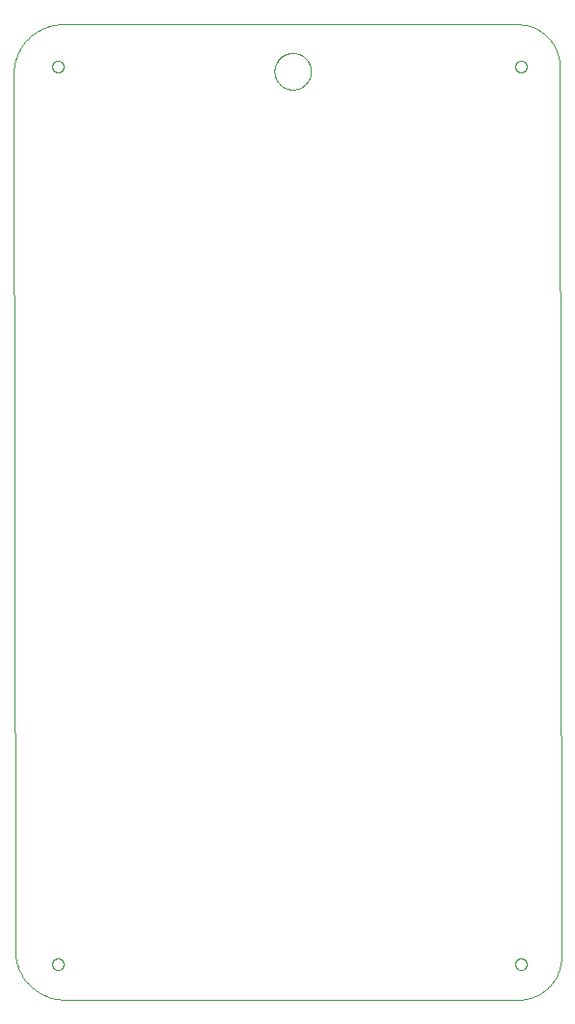
<source format=gbp>
G75*
%MOIN*%
%OFA0B0*%
%FSLAX25Y25*%
%IPPOS*%
%LPD*%
%AMOC8*
5,1,8,0,0,1.08239X$1,22.5*
%
%ADD10C,0.00000*%
D10*
X0008809Y0018071D02*
X0008329Y0320837D01*
X0021632Y0323269D02*
X0021634Y0323357D01*
X0021640Y0323445D01*
X0021650Y0323533D01*
X0021664Y0323621D01*
X0021681Y0323707D01*
X0021703Y0323793D01*
X0021728Y0323877D01*
X0021758Y0323961D01*
X0021790Y0324043D01*
X0021827Y0324123D01*
X0021867Y0324202D01*
X0021911Y0324279D01*
X0021958Y0324354D01*
X0022008Y0324426D01*
X0022062Y0324497D01*
X0022118Y0324564D01*
X0022178Y0324630D01*
X0022240Y0324692D01*
X0022306Y0324752D01*
X0022373Y0324808D01*
X0022444Y0324862D01*
X0022516Y0324912D01*
X0022591Y0324959D01*
X0022668Y0325003D01*
X0022747Y0325043D01*
X0022827Y0325080D01*
X0022909Y0325112D01*
X0022993Y0325142D01*
X0023077Y0325167D01*
X0023163Y0325189D01*
X0023249Y0325206D01*
X0023337Y0325220D01*
X0023425Y0325230D01*
X0023513Y0325236D01*
X0023601Y0325238D01*
X0023689Y0325236D01*
X0023777Y0325230D01*
X0023865Y0325220D01*
X0023953Y0325206D01*
X0024039Y0325189D01*
X0024125Y0325167D01*
X0024209Y0325142D01*
X0024293Y0325112D01*
X0024375Y0325080D01*
X0024455Y0325043D01*
X0024534Y0325003D01*
X0024611Y0324959D01*
X0024686Y0324912D01*
X0024758Y0324862D01*
X0024829Y0324808D01*
X0024896Y0324752D01*
X0024962Y0324692D01*
X0025024Y0324630D01*
X0025084Y0324564D01*
X0025140Y0324497D01*
X0025194Y0324426D01*
X0025244Y0324354D01*
X0025291Y0324279D01*
X0025335Y0324202D01*
X0025375Y0324123D01*
X0025412Y0324043D01*
X0025444Y0323961D01*
X0025474Y0323877D01*
X0025499Y0323793D01*
X0025521Y0323707D01*
X0025538Y0323621D01*
X0025552Y0323533D01*
X0025562Y0323445D01*
X0025568Y0323357D01*
X0025570Y0323269D01*
X0025568Y0323181D01*
X0025562Y0323093D01*
X0025552Y0323005D01*
X0025538Y0322917D01*
X0025521Y0322831D01*
X0025499Y0322745D01*
X0025474Y0322661D01*
X0025444Y0322577D01*
X0025412Y0322495D01*
X0025375Y0322415D01*
X0025335Y0322336D01*
X0025291Y0322259D01*
X0025244Y0322184D01*
X0025194Y0322112D01*
X0025140Y0322041D01*
X0025084Y0321974D01*
X0025024Y0321908D01*
X0024962Y0321846D01*
X0024896Y0321786D01*
X0024829Y0321730D01*
X0024758Y0321676D01*
X0024686Y0321626D01*
X0024611Y0321579D01*
X0024534Y0321535D01*
X0024455Y0321495D01*
X0024375Y0321458D01*
X0024293Y0321426D01*
X0024209Y0321396D01*
X0024125Y0321371D01*
X0024039Y0321349D01*
X0023953Y0321332D01*
X0023865Y0321318D01*
X0023777Y0321308D01*
X0023689Y0321302D01*
X0023601Y0321300D01*
X0023513Y0321302D01*
X0023425Y0321308D01*
X0023337Y0321318D01*
X0023249Y0321332D01*
X0023163Y0321349D01*
X0023077Y0321371D01*
X0022993Y0321396D01*
X0022909Y0321426D01*
X0022827Y0321458D01*
X0022747Y0321495D01*
X0022668Y0321535D01*
X0022591Y0321579D01*
X0022516Y0321626D01*
X0022444Y0321676D01*
X0022373Y0321730D01*
X0022306Y0321786D01*
X0022240Y0321846D01*
X0022178Y0321908D01*
X0022118Y0321974D01*
X0022062Y0322041D01*
X0022008Y0322112D01*
X0021958Y0322184D01*
X0021911Y0322259D01*
X0021867Y0322336D01*
X0021827Y0322415D01*
X0021790Y0322495D01*
X0021758Y0322577D01*
X0021728Y0322661D01*
X0021703Y0322745D01*
X0021681Y0322831D01*
X0021664Y0322917D01*
X0021650Y0323005D01*
X0021640Y0323093D01*
X0021634Y0323181D01*
X0021632Y0323269D01*
X0008329Y0320837D02*
X0008334Y0321248D01*
X0008349Y0321659D01*
X0008374Y0322069D01*
X0008408Y0322478D01*
X0008453Y0322887D01*
X0008507Y0323294D01*
X0008572Y0323700D01*
X0008646Y0324104D01*
X0008730Y0324506D01*
X0008823Y0324906D01*
X0008926Y0325304D01*
X0009039Y0325699D01*
X0009161Y0326092D01*
X0009293Y0326481D01*
X0009434Y0326867D01*
X0009584Y0327249D01*
X0009744Y0327628D01*
X0009913Y0328003D01*
X0010090Y0328373D01*
X0010277Y0328739D01*
X0010472Y0329101D01*
X0010676Y0329457D01*
X0010889Y0329809D01*
X0011110Y0330155D01*
X0011339Y0330496D01*
X0011576Y0330832D01*
X0011822Y0331161D01*
X0012075Y0331485D01*
X0012337Y0331802D01*
X0012605Y0332113D01*
X0012882Y0332417D01*
X0013165Y0332714D01*
X0013456Y0333005D01*
X0013753Y0333288D01*
X0014057Y0333565D01*
X0014368Y0333833D01*
X0014685Y0334095D01*
X0015009Y0334348D01*
X0015338Y0334594D01*
X0015674Y0334831D01*
X0016015Y0335060D01*
X0016361Y0335281D01*
X0016713Y0335494D01*
X0017069Y0335698D01*
X0017431Y0335893D01*
X0017797Y0336080D01*
X0018167Y0336257D01*
X0018542Y0336426D01*
X0018921Y0336586D01*
X0019303Y0336736D01*
X0019689Y0336877D01*
X0020078Y0337009D01*
X0020471Y0337131D01*
X0020866Y0337244D01*
X0021264Y0337347D01*
X0021664Y0337440D01*
X0022066Y0337524D01*
X0022470Y0337598D01*
X0022876Y0337663D01*
X0023283Y0337717D01*
X0023692Y0337762D01*
X0024101Y0337796D01*
X0024511Y0337821D01*
X0024922Y0337836D01*
X0025333Y0337841D01*
X0182309Y0337841D01*
X0181632Y0323269D02*
X0181634Y0323357D01*
X0181640Y0323445D01*
X0181650Y0323533D01*
X0181664Y0323621D01*
X0181681Y0323707D01*
X0181703Y0323793D01*
X0181728Y0323877D01*
X0181758Y0323961D01*
X0181790Y0324043D01*
X0181827Y0324123D01*
X0181867Y0324202D01*
X0181911Y0324279D01*
X0181958Y0324354D01*
X0182008Y0324426D01*
X0182062Y0324497D01*
X0182118Y0324564D01*
X0182178Y0324630D01*
X0182240Y0324692D01*
X0182306Y0324752D01*
X0182373Y0324808D01*
X0182444Y0324862D01*
X0182516Y0324912D01*
X0182591Y0324959D01*
X0182668Y0325003D01*
X0182747Y0325043D01*
X0182827Y0325080D01*
X0182909Y0325112D01*
X0182993Y0325142D01*
X0183077Y0325167D01*
X0183163Y0325189D01*
X0183249Y0325206D01*
X0183337Y0325220D01*
X0183425Y0325230D01*
X0183513Y0325236D01*
X0183601Y0325238D01*
X0183689Y0325236D01*
X0183777Y0325230D01*
X0183865Y0325220D01*
X0183953Y0325206D01*
X0184039Y0325189D01*
X0184125Y0325167D01*
X0184209Y0325142D01*
X0184293Y0325112D01*
X0184375Y0325080D01*
X0184455Y0325043D01*
X0184534Y0325003D01*
X0184611Y0324959D01*
X0184686Y0324912D01*
X0184758Y0324862D01*
X0184829Y0324808D01*
X0184896Y0324752D01*
X0184962Y0324692D01*
X0185024Y0324630D01*
X0185084Y0324564D01*
X0185140Y0324497D01*
X0185194Y0324426D01*
X0185244Y0324354D01*
X0185291Y0324279D01*
X0185335Y0324202D01*
X0185375Y0324123D01*
X0185412Y0324043D01*
X0185444Y0323961D01*
X0185474Y0323877D01*
X0185499Y0323793D01*
X0185521Y0323707D01*
X0185538Y0323621D01*
X0185552Y0323533D01*
X0185562Y0323445D01*
X0185568Y0323357D01*
X0185570Y0323269D01*
X0185568Y0323181D01*
X0185562Y0323093D01*
X0185552Y0323005D01*
X0185538Y0322917D01*
X0185521Y0322831D01*
X0185499Y0322745D01*
X0185474Y0322661D01*
X0185444Y0322577D01*
X0185412Y0322495D01*
X0185375Y0322415D01*
X0185335Y0322336D01*
X0185291Y0322259D01*
X0185244Y0322184D01*
X0185194Y0322112D01*
X0185140Y0322041D01*
X0185084Y0321974D01*
X0185024Y0321908D01*
X0184962Y0321846D01*
X0184896Y0321786D01*
X0184829Y0321730D01*
X0184758Y0321676D01*
X0184686Y0321626D01*
X0184611Y0321579D01*
X0184534Y0321535D01*
X0184455Y0321495D01*
X0184375Y0321458D01*
X0184293Y0321426D01*
X0184209Y0321396D01*
X0184125Y0321371D01*
X0184039Y0321349D01*
X0183953Y0321332D01*
X0183865Y0321318D01*
X0183777Y0321308D01*
X0183689Y0321302D01*
X0183601Y0321300D01*
X0183513Y0321302D01*
X0183425Y0321308D01*
X0183337Y0321318D01*
X0183249Y0321332D01*
X0183163Y0321349D01*
X0183077Y0321371D01*
X0182993Y0321396D01*
X0182909Y0321426D01*
X0182827Y0321458D01*
X0182747Y0321495D01*
X0182668Y0321535D01*
X0182591Y0321579D01*
X0182516Y0321626D01*
X0182444Y0321676D01*
X0182373Y0321730D01*
X0182306Y0321786D01*
X0182240Y0321846D01*
X0182178Y0321908D01*
X0182118Y0321974D01*
X0182062Y0322041D01*
X0182008Y0322112D01*
X0181958Y0322184D01*
X0181911Y0322259D01*
X0181867Y0322336D01*
X0181827Y0322415D01*
X0181790Y0322495D01*
X0181758Y0322577D01*
X0181728Y0322661D01*
X0181703Y0322745D01*
X0181681Y0322831D01*
X0181664Y0322917D01*
X0181650Y0323005D01*
X0181640Y0323093D01*
X0181634Y0323181D01*
X0181632Y0323269D01*
X0182309Y0337841D02*
X0182665Y0337837D01*
X0183020Y0337824D01*
X0183375Y0337802D01*
X0183730Y0337772D01*
X0184083Y0337734D01*
X0184436Y0337687D01*
X0184787Y0337631D01*
X0185137Y0337567D01*
X0185486Y0337494D01*
X0185832Y0337413D01*
X0186176Y0337324D01*
X0186518Y0337226D01*
X0186858Y0337121D01*
X0187195Y0337006D01*
X0187529Y0336884D01*
X0187860Y0336754D01*
X0188188Y0336616D01*
X0188512Y0336470D01*
X0188833Y0336316D01*
X0189150Y0336155D01*
X0189463Y0335986D01*
X0189772Y0335809D01*
X0190076Y0335625D01*
X0190376Y0335434D01*
X0190671Y0335235D01*
X0190962Y0335030D01*
X0191247Y0334817D01*
X0191527Y0334598D01*
X0191802Y0334371D01*
X0192071Y0334139D01*
X0192334Y0333900D01*
X0192592Y0333654D01*
X0192843Y0333403D01*
X0193089Y0333145D01*
X0193328Y0332882D01*
X0193560Y0332613D01*
X0193787Y0332338D01*
X0194006Y0332058D01*
X0194219Y0331773D01*
X0194424Y0331482D01*
X0194623Y0331187D01*
X0194814Y0330887D01*
X0194998Y0330583D01*
X0195175Y0330274D01*
X0195344Y0329961D01*
X0195505Y0329644D01*
X0195659Y0329323D01*
X0195805Y0328999D01*
X0195943Y0328671D01*
X0196073Y0328340D01*
X0196195Y0328006D01*
X0196310Y0327669D01*
X0196415Y0327329D01*
X0196513Y0326987D01*
X0196602Y0326643D01*
X0196683Y0326297D01*
X0196756Y0325948D01*
X0196820Y0325598D01*
X0196876Y0325247D01*
X0196923Y0324894D01*
X0196961Y0324541D01*
X0196991Y0324186D01*
X0197013Y0323831D01*
X0197026Y0323476D01*
X0197030Y0323120D01*
X0197510Y0015784D01*
X0181609Y0013209D02*
X0181611Y0013297D01*
X0181617Y0013385D01*
X0181627Y0013473D01*
X0181641Y0013561D01*
X0181658Y0013647D01*
X0181680Y0013733D01*
X0181705Y0013817D01*
X0181735Y0013901D01*
X0181767Y0013983D01*
X0181804Y0014063D01*
X0181844Y0014142D01*
X0181888Y0014219D01*
X0181935Y0014294D01*
X0181985Y0014366D01*
X0182039Y0014437D01*
X0182095Y0014504D01*
X0182155Y0014570D01*
X0182217Y0014632D01*
X0182283Y0014692D01*
X0182350Y0014748D01*
X0182421Y0014802D01*
X0182493Y0014852D01*
X0182568Y0014899D01*
X0182645Y0014943D01*
X0182724Y0014983D01*
X0182804Y0015020D01*
X0182886Y0015052D01*
X0182970Y0015082D01*
X0183054Y0015107D01*
X0183140Y0015129D01*
X0183226Y0015146D01*
X0183314Y0015160D01*
X0183402Y0015170D01*
X0183490Y0015176D01*
X0183578Y0015178D01*
X0183666Y0015176D01*
X0183754Y0015170D01*
X0183842Y0015160D01*
X0183930Y0015146D01*
X0184016Y0015129D01*
X0184102Y0015107D01*
X0184186Y0015082D01*
X0184270Y0015052D01*
X0184352Y0015020D01*
X0184432Y0014983D01*
X0184511Y0014943D01*
X0184588Y0014899D01*
X0184663Y0014852D01*
X0184735Y0014802D01*
X0184806Y0014748D01*
X0184873Y0014692D01*
X0184939Y0014632D01*
X0185001Y0014570D01*
X0185061Y0014504D01*
X0185117Y0014437D01*
X0185171Y0014366D01*
X0185221Y0014294D01*
X0185268Y0014219D01*
X0185312Y0014142D01*
X0185352Y0014063D01*
X0185389Y0013983D01*
X0185421Y0013901D01*
X0185451Y0013817D01*
X0185476Y0013733D01*
X0185498Y0013647D01*
X0185515Y0013561D01*
X0185529Y0013473D01*
X0185539Y0013385D01*
X0185545Y0013297D01*
X0185547Y0013209D01*
X0185545Y0013121D01*
X0185539Y0013033D01*
X0185529Y0012945D01*
X0185515Y0012857D01*
X0185498Y0012771D01*
X0185476Y0012685D01*
X0185451Y0012601D01*
X0185421Y0012517D01*
X0185389Y0012435D01*
X0185352Y0012355D01*
X0185312Y0012276D01*
X0185268Y0012199D01*
X0185221Y0012124D01*
X0185171Y0012052D01*
X0185117Y0011981D01*
X0185061Y0011914D01*
X0185001Y0011848D01*
X0184939Y0011786D01*
X0184873Y0011726D01*
X0184806Y0011670D01*
X0184735Y0011616D01*
X0184663Y0011566D01*
X0184588Y0011519D01*
X0184511Y0011475D01*
X0184432Y0011435D01*
X0184352Y0011398D01*
X0184270Y0011366D01*
X0184186Y0011336D01*
X0184102Y0011311D01*
X0184016Y0011289D01*
X0183930Y0011272D01*
X0183842Y0011258D01*
X0183754Y0011248D01*
X0183666Y0011242D01*
X0183578Y0011240D01*
X0183490Y0011242D01*
X0183402Y0011248D01*
X0183314Y0011258D01*
X0183226Y0011272D01*
X0183140Y0011289D01*
X0183054Y0011311D01*
X0182970Y0011336D01*
X0182886Y0011366D01*
X0182804Y0011398D01*
X0182724Y0011435D01*
X0182645Y0011475D01*
X0182568Y0011519D01*
X0182493Y0011566D01*
X0182421Y0011616D01*
X0182350Y0011670D01*
X0182283Y0011726D01*
X0182217Y0011786D01*
X0182155Y0011848D01*
X0182095Y0011914D01*
X0182039Y0011981D01*
X0181985Y0012052D01*
X0181935Y0012124D01*
X0181888Y0012199D01*
X0181844Y0012276D01*
X0181804Y0012355D01*
X0181767Y0012435D01*
X0181735Y0012517D01*
X0181705Y0012601D01*
X0181680Y0012685D01*
X0181658Y0012771D01*
X0181641Y0012857D01*
X0181627Y0012945D01*
X0181617Y0013033D01*
X0181611Y0013121D01*
X0181609Y0013209D01*
X0182726Y0001000D02*
X0183083Y0001004D01*
X0183440Y0001017D01*
X0183797Y0001039D01*
X0184153Y0001069D01*
X0184508Y0001108D01*
X0184862Y0001155D01*
X0185215Y0001211D01*
X0185566Y0001275D01*
X0185916Y0001348D01*
X0186264Y0001430D01*
X0186610Y0001519D01*
X0186953Y0001617D01*
X0187295Y0001724D01*
X0187633Y0001838D01*
X0187968Y0001961D01*
X0188301Y0002091D01*
X0188630Y0002230D01*
X0188956Y0002377D01*
X0189278Y0002531D01*
X0189596Y0002693D01*
X0189911Y0002863D01*
X0190221Y0003041D01*
X0190527Y0003225D01*
X0190828Y0003418D01*
X0191124Y0003617D01*
X0191416Y0003823D01*
X0191702Y0004037D01*
X0191984Y0004257D01*
X0192259Y0004484D01*
X0192530Y0004718D01*
X0192794Y0004958D01*
X0193053Y0005205D01*
X0193305Y0005457D01*
X0193552Y0005716D01*
X0193792Y0005980D01*
X0194026Y0006251D01*
X0194253Y0006526D01*
X0194473Y0006808D01*
X0194687Y0007094D01*
X0194893Y0007386D01*
X0195092Y0007682D01*
X0195285Y0007983D01*
X0195469Y0008289D01*
X0195647Y0008599D01*
X0195817Y0008914D01*
X0195979Y0009232D01*
X0196133Y0009554D01*
X0196280Y0009880D01*
X0196419Y0010209D01*
X0196549Y0010542D01*
X0196672Y0010877D01*
X0196786Y0011215D01*
X0196893Y0011557D01*
X0196991Y0011900D01*
X0197080Y0012246D01*
X0197162Y0012594D01*
X0197235Y0012944D01*
X0197299Y0013295D01*
X0197355Y0013648D01*
X0197402Y0014002D01*
X0197441Y0014357D01*
X0197471Y0014713D01*
X0197493Y0015070D01*
X0197506Y0015427D01*
X0197510Y0015784D01*
X0182726Y0001000D02*
X0025880Y0001000D01*
X0021609Y0013209D02*
X0021611Y0013297D01*
X0021617Y0013385D01*
X0021627Y0013473D01*
X0021641Y0013561D01*
X0021658Y0013647D01*
X0021680Y0013733D01*
X0021705Y0013817D01*
X0021735Y0013901D01*
X0021767Y0013983D01*
X0021804Y0014063D01*
X0021844Y0014142D01*
X0021888Y0014219D01*
X0021935Y0014294D01*
X0021985Y0014366D01*
X0022039Y0014437D01*
X0022095Y0014504D01*
X0022155Y0014570D01*
X0022217Y0014632D01*
X0022283Y0014692D01*
X0022350Y0014748D01*
X0022421Y0014802D01*
X0022493Y0014852D01*
X0022568Y0014899D01*
X0022645Y0014943D01*
X0022724Y0014983D01*
X0022804Y0015020D01*
X0022886Y0015052D01*
X0022970Y0015082D01*
X0023054Y0015107D01*
X0023140Y0015129D01*
X0023226Y0015146D01*
X0023314Y0015160D01*
X0023402Y0015170D01*
X0023490Y0015176D01*
X0023578Y0015178D01*
X0023666Y0015176D01*
X0023754Y0015170D01*
X0023842Y0015160D01*
X0023930Y0015146D01*
X0024016Y0015129D01*
X0024102Y0015107D01*
X0024186Y0015082D01*
X0024270Y0015052D01*
X0024352Y0015020D01*
X0024432Y0014983D01*
X0024511Y0014943D01*
X0024588Y0014899D01*
X0024663Y0014852D01*
X0024735Y0014802D01*
X0024806Y0014748D01*
X0024873Y0014692D01*
X0024939Y0014632D01*
X0025001Y0014570D01*
X0025061Y0014504D01*
X0025117Y0014437D01*
X0025171Y0014366D01*
X0025221Y0014294D01*
X0025268Y0014219D01*
X0025312Y0014142D01*
X0025352Y0014063D01*
X0025389Y0013983D01*
X0025421Y0013901D01*
X0025451Y0013817D01*
X0025476Y0013733D01*
X0025498Y0013647D01*
X0025515Y0013561D01*
X0025529Y0013473D01*
X0025539Y0013385D01*
X0025545Y0013297D01*
X0025547Y0013209D01*
X0025545Y0013121D01*
X0025539Y0013033D01*
X0025529Y0012945D01*
X0025515Y0012857D01*
X0025498Y0012771D01*
X0025476Y0012685D01*
X0025451Y0012601D01*
X0025421Y0012517D01*
X0025389Y0012435D01*
X0025352Y0012355D01*
X0025312Y0012276D01*
X0025268Y0012199D01*
X0025221Y0012124D01*
X0025171Y0012052D01*
X0025117Y0011981D01*
X0025061Y0011914D01*
X0025001Y0011848D01*
X0024939Y0011786D01*
X0024873Y0011726D01*
X0024806Y0011670D01*
X0024735Y0011616D01*
X0024663Y0011566D01*
X0024588Y0011519D01*
X0024511Y0011475D01*
X0024432Y0011435D01*
X0024352Y0011398D01*
X0024270Y0011366D01*
X0024186Y0011336D01*
X0024102Y0011311D01*
X0024016Y0011289D01*
X0023930Y0011272D01*
X0023842Y0011258D01*
X0023754Y0011248D01*
X0023666Y0011242D01*
X0023578Y0011240D01*
X0023490Y0011242D01*
X0023402Y0011248D01*
X0023314Y0011258D01*
X0023226Y0011272D01*
X0023140Y0011289D01*
X0023054Y0011311D01*
X0022970Y0011336D01*
X0022886Y0011366D01*
X0022804Y0011398D01*
X0022724Y0011435D01*
X0022645Y0011475D01*
X0022568Y0011519D01*
X0022493Y0011566D01*
X0022421Y0011616D01*
X0022350Y0011670D01*
X0022283Y0011726D01*
X0022217Y0011786D01*
X0022155Y0011848D01*
X0022095Y0011914D01*
X0022039Y0011981D01*
X0021985Y0012052D01*
X0021935Y0012124D01*
X0021888Y0012199D01*
X0021844Y0012276D01*
X0021804Y0012355D01*
X0021767Y0012435D01*
X0021735Y0012517D01*
X0021705Y0012601D01*
X0021680Y0012685D01*
X0021658Y0012771D01*
X0021641Y0012857D01*
X0021627Y0012945D01*
X0021617Y0013033D01*
X0021611Y0013121D01*
X0021609Y0013209D01*
X0025880Y0001000D02*
X0025468Y0001005D01*
X0025055Y0001020D01*
X0024643Y0001045D01*
X0024232Y0001080D01*
X0023822Y0001124D01*
X0023413Y0001179D01*
X0023006Y0001244D01*
X0022600Y0001318D01*
X0022196Y0001402D01*
X0021795Y0001496D01*
X0021395Y0001600D01*
X0020999Y0001713D01*
X0020605Y0001836D01*
X0020214Y0001968D01*
X0019827Y0002109D01*
X0019443Y0002260D01*
X0019062Y0002420D01*
X0018686Y0002590D01*
X0018314Y0002768D01*
X0017947Y0002955D01*
X0017584Y0003151D01*
X0017226Y0003356D01*
X0016873Y0003570D01*
X0016525Y0003792D01*
X0016183Y0004022D01*
X0015846Y0004260D01*
X0015515Y0004507D01*
X0015190Y0004761D01*
X0014872Y0005023D01*
X0014560Y0005293D01*
X0014254Y0005570D01*
X0013956Y0005855D01*
X0013664Y0006147D01*
X0013379Y0006445D01*
X0013102Y0006751D01*
X0012832Y0007063D01*
X0012570Y0007381D01*
X0012316Y0007706D01*
X0012069Y0008037D01*
X0011831Y0008374D01*
X0011601Y0008716D01*
X0011379Y0009064D01*
X0011165Y0009417D01*
X0010960Y0009775D01*
X0010764Y0010138D01*
X0010577Y0010505D01*
X0010399Y0010877D01*
X0010229Y0011253D01*
X0010069Y0011634D01*
X0009918Y0012018D01*
X0009777Y0012405D01*
X0009645Y0012796D01*
X0009522Y0013190D01*
X0009409Y0013586D01*
X0009305Y0013986D01*
X0009211Y0014387D01*
X0009127Y0014791D01*
X0009053Y0015197D01*
X0008988Y0015604D01*
X0008933Y0016013D01*
X0008889Y0016423D01*
X0008854Y0016834D01*
X0008829Y0017246D01*
X0008814Y0017659D01*
X0008809Y0018071D01*
X0098410Y0321609D02*
X0098412Y0321767D01*
X0098418Y0321925D01*
X0098428Y0322083D01*
X0098442Y0322241D01*
X0098460Y0322398D01*
X0098481Y0322555D01*
X0098507Y0322711D01*
X0098537Y0322867D01*
X0098570Y0323022D01*
X0098608Y0323175D01*
X0098649Y0323328D01*
X0098694Y0323480D01*
X0098743Y0323631D01*
X0098796Y0323780D01*
X0098852Y0323928D01*
X0098912Y0324074D01*
X0098976Y0324219D01*
X0099044Y0324362D01*
X0099115Y0324504D01*
X0099189Y0324644D01*
X0099267Y0324781D01*
X0099349Y0324917D01*
X0099433Y0325051D01*
X0099522Y0325182D01*
X0099613Y0325311D01*
X0099708Y0325438D01*
X0099805Y0325563D01*
X0099906Y0325685D01*
X0100010Y0325804D01*
X0100117Y0325921D01*
X0100227Y0326035D01*
X0100340Y0326146D01*
X0100455Y0326255D01*
X0100573Y0326360D01*
X0100694Y0326462D01*
X0100817Y0326562D01*
X0100943Y0326658D01*
X0101071Y0326751D01*
X0101201Y0326841D01*
X0101334Y0326927D01*
X0101469Y0327011D01*
X0101605Y0327090D01*
X0101744Y0327167D01*
X0101885Y0327239D01*
X0102027Y0327309D01*
X0102171Y0327374D01*
X0102317Y0327436D01*
X0102464Y0327494D01*
X0102613Y0327549D01*
X0102763Y0327600D01*
X0102914Y0327647D01*
X0103066Y0327690D01*
X0103219Y0327729D01*
X0103374Y0327765D01*
X0103529Y0327796D01*
X0103685Y0327824D01*
X0103841Y0327848D01*
X0103998Y0327868D01*
X0104156Y0327884D01*
X0104313Y0327896D01*
X0104472Y0327904D01*
X0104630Y0327908D01*
X0104788Y0327908D01*
X0104946Y0327904D01*
X0105105Y0327896D01*
X0105262Y0327884D01*
X0105420Y0327868D01*
X0105577Y0327848D01*
X0105733Y0327824D01*
X0105889Y0327796D01*
X0106044Y0327765D01*
X0106199Y0327729D01*
X0106352Y0327690D01*
X0106504Y0327647D01*
X0106655Y0327600D01*
X0106805Y0327549D01*
X0106954Y0327494D01*
X0107101Y0327436D01*
X0107247Y0327374D01*
X0107391Y0327309D01*
X0107533Y0327239D01*
X0107674Y0327167D01*
X0107813Y0327090D01*
X0107949Y0327011D01*
X0108084Y0326927D01*
X0108217Y0326841D01*
X0108347Y0326751D01*
X0108475Y0326658D01*
X0108601Y0326562D01*
X0108724Y0326462D01*
X0108845Y0326360D01*
X0108963Y0326255D01*
X0109078Y0326146D01*
X0109191Y0326035D01*
X0109301Y0325921D01*
X0109408Y0325804D01*
X0109512Y0325685D01*
X0109613Y0325563D01*
X0109710Y0325438D01*
X0109805Y0325311D01*
X0109896Y0325182D01*
X0109985Y0325051D01*
X0110069Y0324917D01*
X0110151Y0324781D01*
X0110229Y0324644D01*
X0110303Y0324504D01*
X0110374Y0324362D01*
X0110442Y0324219D01*
X0110506Y0324074D01*
X0110566Y0323928D01*
X0110622Y0323780D01*
X0110675Y0323631D01*
X0110724Y0323480D01*
X0110769Y0323328D01*
X0110810Y0323175D01*
X0110848Y0323022D01*
X0110881Y0322867D01*
X0110911Y0322711D01*
X0110937Y0322555D01*
X0110958Y0322398D01*
X0110976Y0322241D01*
X0110990Y0322083D01*
X0111000Y0321925D01*
X0111006Y0321767D01*
X0111008Y0321609D01*
X0111006Y0321451D01*
X0111000Y0321293D01*
X0110990Y0321135D01*
X0110976Y0320977D01*
X0110958Y0320820D01*
X0110937Y0320663D01*
X0110911Y0320507D01*
X0110881Y0320351D01*
X0110848Y0320196D01*
X0110810Y0320043D01*
X0110769Y0319890D01*
X0110724Y0319738D01*
X0110675Y0319587D01*
X0110622Y0319438D01*
X0110566Y0319290D01*
X0110506Y0319144D01*
X0110442Y0318999D01*
X0110374Y0318856D01*
X0110303Y0318714D01*
X0110229Y0318574D01*
X0110151Y0318437D01*
X0110069Y0318301D01*
X0109985Y0318167D01*
X0109896Y0318036D01*
X0109805Y0317907D01*
X0109710Y0317780D01*
X0109613Y0317655D01*
X0109512Y0317533D01*
X0109408Y0317414D01*
X0109301Y0317297D01*
X0109191Y0317183D01*
X0109078Y0317072D01*
X0108963Y0316963D01*
X0108845Y0316858D01*
X0108724Y0316756D01*
X0108601Y0316656D01*
X0108475Y0316560D01*
X0108347Y0316467D01*
X0108217Y0316377D01*
X0108084Y0316291D01*
X0107949Y0316207D01*
X0107813Y0316128D01*
X0107674Y0316051D01*
X0107533Y0315979D01*
X0107391Y0315909D01*
X0107247Y0315844D01*
X0107101Y0315782D01*
X0106954Y0315724D01*
X0106805Y0315669D01*
X0106655Y0315618D01*
X0106504Y0315571D01*
X0106352Y0315528D01*
X0106199Y0315489D01*
X0106044Y0315453D01*
X0105889Y0315422D01*
X0105733Y0315394D01*
X0105577Y0315370D01*
X0105420Y0315350D01*
X0105262Y0315334D01*
X0105105Y0315322D01*
X0104946Y0315314D01*
X0104788Y0315310D01*
X0104630Y0315310D01*
X0104472Y0315314D01*
X0104313Y0315322D01*
X0104156Y0315334D01*
X0103998Y0315350D01*
X0103841Y0315370D01*
X0103685Y0315394D01*
X0103529Y0315422D01*
X0103374Y0315453D01*
X0103219Y0315489D01*
X0103066Y0315528D01*
X0102914Y0315571D01*
X0102763Y0315618D01*
X0102613Y0315669D01*
X0102464Y0315724D01*
X0102317Y0315782D01*
X0102171Y0315844D01*
X0102027Y0315909D01*
X0101885Y0315979D01*
X0101744Y0316051D01*
X0101605Y0316128D01*
X0101469Y0316207D01*
X0101334Y0316291D01*
X0101201Y0316377D01*
X0101071Y0316467D01*
X0100943Y0316560D01*
X0100817Y0316656D01*
X0100694Y0316756D01*
X0100573Y0316858D01*
X0100455Y0316963D01*
X0100340Y0317072D01*
X0100227Y0317183D01*
X0100117Y0317297D01*
X0100010Y0317414D01*
X0099906Y0317533D01*
X0099805Y0317655D01*
X0099708Y0317780D01*
X0099613Y0317907D01*
X0099522Y0318036D01*
X0099433Y0318167D01*
X0099349Y0318301D01*
X0099267Y0318437D01*
X0099189Y0318574D01*
X0099115Y0318714D01*
X0099044Y0318856D01*
X0098976Y0318999D01*
X0098912Y0319144D01*
X0098852Y0319290D01*
X0098796Y0319438D01*
X0098743Y0319587D01*
X0098694Y0319738D01*
X0098649Y0319890D01*
X0098608Y0320043D01*
X0098570Y0320196D01*
X0098537Y0320351D01*
X0098507Y0320507D01*
X0098481Y0320663D01*
X0098460Y0320820D01*
X0098442Y0320977D01*
X0098428Y0321135D01*
X0098418Y0321293D01*
X0098412Y0321451D01*
X0098410Y0321609D01*
M02*

</source>
